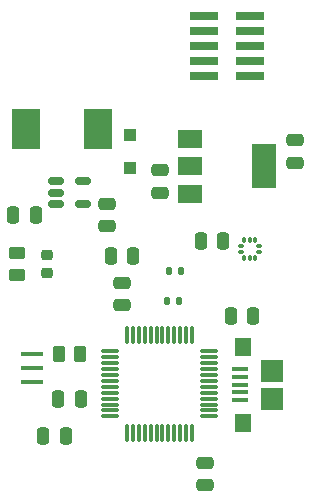
<source format=gtp>
%TF.GenerationSoftware,KiCad,Pcbnew,7.0.2*%
%TF.CreationDate,2023-06-29T20:21:03-04:00*%
%TF.ProjectId,skydiving-altimeter,736b7964-6976-4696-9e67-2d616c74696d,rev?*%
%TF.SameCoordinates,Original*%
%TF.FileFunction,Paste,Top*%
%TF.FilePolarity,Positive*%
%FSLAX46Y46*%
G04 Gerber Fmt 4.6, Leading zero omitted, Abs format (unit mm)*
G04 Created by KiCad (PCBNEW 7.0.2) date 2023-06-29 20:21:03*
%MOMM*%
%LPD*%
G01*
G04 APERTURE LIST*
G04 Aperture macros list*
%AMRoundRect*
0 Rectangle with rounded corners*
0 $1 Rounding radius*
0 $2 $3 $4 $5 $6 $7 $8 $9 X,Y pos of 4 corners*
0 Add a 4 corners polygon primitive as box body*
4,1,4,$2,$3,$4,$5,$6,$7,$8,$9,$2,$3,0*
0 Add four circle primitives for the rounded corners*
1,1,$1+$1,$2,$3*
1,1,$1+$1,$4,$5*
1,1,$1+$1,$6,$7*
1,1,$1+$1,$8,$9*
0 Add four rect primitives between the rounded corners*
20,1,$1+$1,$2,$3,$4,$5,0*
20,1,$1+$1,$4,$5,$6,$7,0*
20,1,$1+$1,$6,$7,$8,$9,0*
20,1,$1+$1,$8,$9,$2,$3,0*%
G04 Aperture macros list end*
%ADD10RoundRect,0.087500X-0.125000X-0.087500X0.125000X-0.087500X0.125000X0.087500X-0.125000X0.087500X0*%
%ADD11RoundRect,0.087500X-0.087500X-0.125000X0.087500X-0.125000X0.087500X0.125000X-0.087500X0.125000X0*%
%ADD12RoundRect,0.250000X-0.475000X0.250000X-0.475000X-0.250000X0.475000X-0.250000X0.475000X0.250000X0*%
%ADD13RoundRect,0.150000X-0.512500X-0.150000X0.512500X-0.150000X0.512500X0.150000X-0.512500X0.150000X0*%
%ADD14RoundRect,0.250000X0.250000X0.475000X-0.250000X0.475000X-0.250000X-0.475000X0.250000X-0.475000X0*%
%ADD15RoundRect,0.250000X0.450000X-0.262500X0.450000X0.262500X-0.450000X0.262500X-0.450000X-0.262500X0*%
%ADD16RoundRect,0.250000X-0.250000X-0.475000X0.250000X-0.475000X0.250000X0.475000X-0.250000X0.475000X0*%
%ADD17RoundRect,0.135000X-0.135000X-0.185000X0.135000X-0.185000X0.135000X0.185000X-0.135000X0.185000X0*%
%ADD18RoundRect,0.250000X0.262500X0.450000X-0.262500X0.450000X-0.262500X-0.450000X0.262500X-0.450000X0*%
%ADD19RoundRect,0.218750X0.256250X-0.218750X0.256250X0.218750X-0.256250X0.218750X-0.256250X-0.218750X0*%
%ADD20R,2.350000X3.500000*%
%ADD21RoundRect,0.075000X-0.662500X-0.075000X0.662500X-0.075000X0.662500X0.075000X-0.662500X0.075000X0*%
%ADD22RoundRect,0.075000X-0.075000X-0.662500X0.075000X-0.662500X0.075000X0.662500X-0.075000X0.662500X0*%
%ADD23R,1.350000X0.400000*%
%ADD24R,1.400000X1.600000*%
%ADD25R,1.900000X1.900000*%
%ADD26R,2.400000X0.740000*%
%ADD27R,1.100000X1.100000*%
%ADD28R,2.000000X1.500000*%
%ADD29R,2.000000X3.800000*%
%ADD30RoundRect,0.250000X0.475000X-0.250000X0.475000X0.250000X-0.475000X0.250000X-0.475000X-0.250000X0*%
%ADD31R,1.900000X0.400000*%
G04 APERTURE END LIST*
D10*
%TO.C,U2*%
X124967500Y-101350000D03*
X124967500Y-101850000D03*
D11*
X125230000Y-102362500D03*
X125730000Y-102362500D03*
X126230000Y-102362500D03*
D10*
X126492500Y-101850000D03*
X126492500Y-101350000D03*
D11*
X126230000Y-100837500D03*
X125730000Y-100837500D03*
X125230000Y-100837500D03*
%TD*%
D12*
%TO.C,C16*%
X129540000Y-92395000D03*
X129540000Y-94295000D03*
%TD*%
D13*
%TO.C,U4*%
X109352500Y-95890000D03*
X109352500Y-96840000D03*
X109352500Y-97790000D03*
X111627500Y-97790000D03*
X111627500Y-95890000D03*
%TD*%
D14*
%TO.C,C4*%
X126045000Y-107315000D03*
X124145000Y-107315000D03*
%TD*%
D15*
%TO.C,R3*%
X106045000Y-103782500D03*
X106045000Y-101957500D03*
%TD*%
D16*
%TO.C,C1*%
X113985000Y-102235000D03*
X115885000Y-102235000D03*
%TD*%
D17*
%TO.C,R1*%
X118745000Y-106045000D03*
X119765000Y-106045000D03*
%TD*%
D12*
%TO.C,C14*%
X113665000Y-97795000D03*
X113665000Y-99695000D03*
%TD*%
D17*
%TO.C,R2*%
X118870000Y-103505000D03*
X119890000Y-103505000D03*
%TD*%
D18*
%TO.C,R4*%
X111402500Y-110490000D03*
X109577500Y-110490000D03*
%TD*%
D14*
%TO.C,C2*%
X111440000Y-114300000D03*
X109540000Y-114300000D03*
%TD*%
D19*
%TO.C,D1*%
X108585000Y-103657500D03*
X108585000Y-102082500D03*
%TD*%
D14*
%TO.C,C13*%
X107630000Y-98745000D03*
X105730000Y-98745000D03*
%TD*%
D16*
%TO.C,C6*%
X108270000Y-117475000D03*
X110170000Y-117475000D03*
%TD*%
D20*
%TO.C,L1*%
X106830000Y-91440000D03*
X112880000Y-91440000D03*
%TD*%
D12*
%TO.C,C15*%
X118110000Y-94935000D03*
X118110000Y-96835000D03*
%TD*%
%TO.C,C5*%
X114935000Y-104460000D03*
X114935000Y-106360000D03*
%TD*%
D21*
%TO.C,U1*%
X113947500Y-110280000D03*
X113947500Y-110780000D03*
X113947500Y-111280000D03*
X113947500Y-111780000D03*
X113947500Y-112280000D03*
X113947500Y-112780000D03*
X113947500Y-113280000D03*
X113947500Y-113780000D03*
X113947500Y-114280000D03*
X113947500Y-114780000D03*
X113947500Y-115280000D03*
X113947500Y-115780000D03*
D22*
X115360000Y-117192500D03*
X115860000Y-117192500D03*
X116360000Y-117192500D03*
X116860000Y-117192500D03*
X117360000Y-117192500D03*
X117860000Y-117192500D03*
X118360000Y-117192500D03*
X118860000Y-117192500D03*
X119360000Y-117192500D03*
X119860000Y-117192500D03*
X120360000Y-117192500D03*
X120860000Y-117192500D03*
D21*
X122272500Y-115780000D03*
X122272500Y-115280000D03*
X122272500Y-114780000D03*
X122272500Y-114280000D03*
X122272500Y-113780000D03*
X122272500Y-113280000D03*
X122272500Y-112780000D03*
X122272500Y-112280000D03*
X122272500Y-111780000D03*
X122272500Y-111280000D03*
X122272500Y-110780000D03*
X122272500Y-110280000D03*
D22*
X120860000Y-108867500D03*
X120360000Y-108867500D03*
X119860000Y-108867500D03*
X119360000Y-108867500D03*
X118860000Y-108867500D03*
X118360000Y-108867500D03*
X117860000Y-108867500D03*
X117360000Y-108867500D03*
X116860000Y-108867500D03*
X116360000Y-108867500D03*
X115860000Y-108867500D03*
X115360000Y-108867500D03*
%TD*%
D23*
%TO.C,J4*%
X124960000Y-114400000D03*
X124960000Y-113750000D03*
X124960000Y-113100000D03*
X124960000Y-112450000D03*
X124960000Y-111800000D03*
D24*
X125185000Y-116300000D03*
X125185000Y-109900000D03*
D25*
X127635000Y-111900000D03*
X127635000Y-114300000D03*
%TD*%
D26*
%TO.C,J1*%
X125775000Y-86995000D03*
X121875000Y-86995000D03*
X125775000Y-85725000D03*
X121875000Y-85725000D03*
X125775000Y-84455000D03*
X121875000Y-84455000D03*
X125775000Y-83185000D03*
X121875000Y-83185000D03*
X125775000Y-81915000D03*
X121875000Y-81915000D03*
%TD*%
D27*
%TO.C,D6*%
X115570000Y-94745000D03*
X115570000Y-91945000D03*
%TD*%
D28*
%TO.C,U5*%
X120675000Y-92315000D03*
X120675000Y-94615000D03*
X120675000Y-96915000D03*
D29*
X126975000Y-94615000D03*
%TD*%
D30*
%TO.C,C3*%
X121920000Y-121600000D03*
X121920000Y-119700000D03*
%TD*%
D14*
%TO.C,C7*%
X123505000Y-100965000D03*
X121605000Y-100965000D03*
%TD*%
D31*
%TO.C,Y1*%
X107315000Y-110490000D03*
X107315000Y-111690000D03*
X107315000Y-112890000D03*
%TD*%
M02*

</source>
